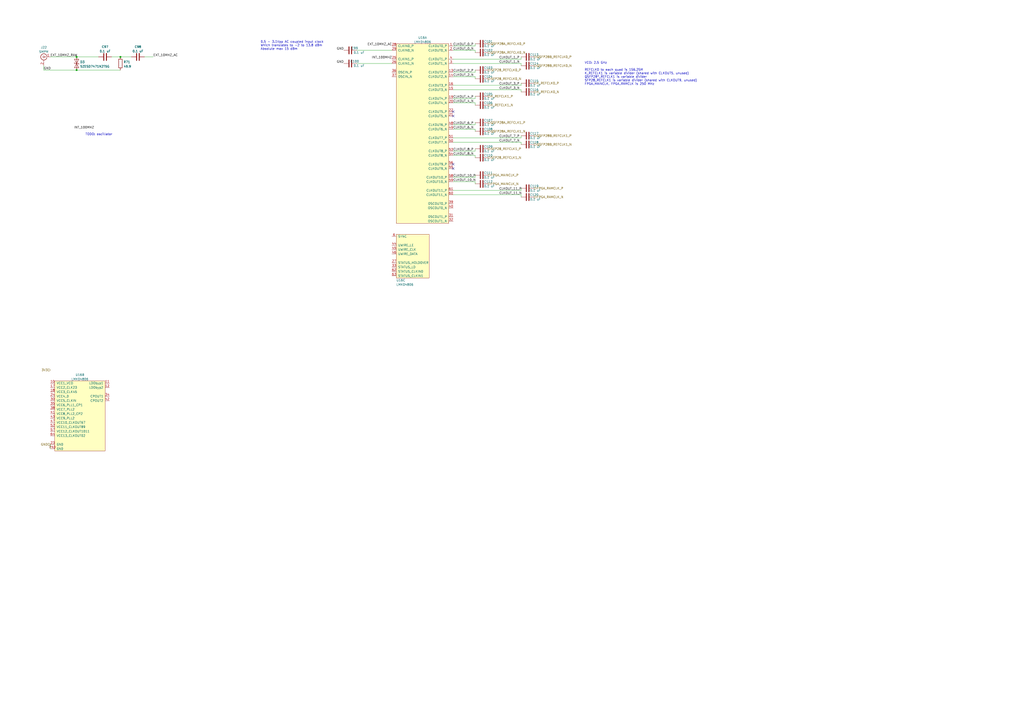
<source format=kicad_sch>
(kicad_sch (version 20211123) (generator eeschema)
  (paper "A2")
  (lib_symbols
    (symbol "conn:CONN_COAXIAL" (pin_names (offset 1.016) hide)
      (property "Reference" "J" (at 0.254 3.048 0))
      (property "Value" "CONN_COAXIAL" (at 2.921 0 90))
      (symbol "CONN_COAXIAL_0_1"
        (arc (start -1.778 -0.508) (mid 0.2311 -1.8066) (end 1.778 0) (stroke (width 0.254)))
        (polyline (pts (xy -1.27 0) (xy -0.508 0)))
        (polyline (pts (xy 0 -2.54) (xy 0 -1.778)))
        (circle (center 0 0) (radius 0.508) (stroke (width 0.2032)))
        (arc (start 1.778 0) (mid 0.2099 1.8101) (end -1.778 0.508) (stroke (width 0.254)))
      )
      (symbol "CONN_COAXIAL_1_1"
        (pin passive line (at -3.81 0 0) (length 2.54) (name "In") (number "1"))
        (pin passive line (at 0 -5.08 90) (length 2.54) (name "Ext") (number "2"))
      )
    )
    (symbol "device:C" (pin_numbers hide) (pin_names (offset 0.254))
      (property "Reference" "C" (at 0.635 2.54 0))
      (property "Value" "C" (at 0.635 -2.54 0))
      (symbol "C_0_1"
        (polyline (pts (xy -2.032 -0.762) (xy 2.032 -0.762)) (stroke (width 0.508)))
        (polyline (pts (xy -2.032 0.762) (xy 2.032 0.762)) (stroke (width 0.508)))
      )
      (symbol "C_1_1"
        (pin passive line (at 0 3.81 270) (length 2.794) (name "~") (number "1"))
        (pin passive line (at 0 -3.81 90) (length 2.794) (name "~") (number "2"))
      )
    )
    (symbol "device:D_TVS" (pin_numbers hide) (pin_names (offset 1.016) hide)
      (property "Reference" "D" (at 0 2.54 0))
      (property "Value" "D_TVS" (at 0 -2.54 0))
      (symbol "D_TVS_0_1"
        (polyline (pts (xy 1.27 0) (xy -1.27 0)))
        (polyline (pts (xy -2.54 -1.27) (xy 0 0) (xy -2.54 1.27) (xy -2.54 -1.27)) (stroke (width 0.2032)))
        (polyline (pts (xy 0.508 1.27) (xy 0 1.27) (xy 0 -1.27) (xy -0.508 -1.27)) (stroke (width 0.2032)))
        (polyline (pts (xy 2.54 1.27) (xy 2.54 -1.27) (xy 0 0) (xy 2.54 1.27)) (stroke (width 0.2032)))
      )
      (symbol "D_TVS_1_1"
        (pin passive line (at -3.81 0 0) (length 2.54) (name "A1") (number "1"))
        (pin passive line (at 3.81 0 180) (length 2.54) (name "A2") (number "2"))
      )
    )
    (symbol "device:R" (pin_numbers hide) (pin_names (offset 0))
      (property "Reference" "R" (at 2.032 0 90))
      (property "Value" "R" (at 0 0 90))
      (symbol "R_0_1"
        (rectangle (start -1.016 -2.54) (end 1.016 2.54) (stroke (width 0.254)))
      )
      (symbol "R_1_1"
        (pin passive line (at 0 3.81 270) (length 1.27) (name "~") (number "1"))
        (pin passive line (at 0 -3.81 90) (length 1.27) (name "~") (number "2"))
      )
    )
    (symbol "special-azonenberg:LMK04806" (pin_names (offset 1.016))
      (property "Reference" "U" (at 0 -1.27 0))
      (property "Value" "LMK04806" (at 0 -2.54 0))
      (symbol "LMK04806_1_1"
        (rectangle (start 0 104.14) (end 30.48 0) (fill (type background)))
        (pin output line (at 33.02 102.87 180) (length 2.54) (name "CLKOUT0_P") (number "1"))
        (pin output line (at 33.02 87.63 180) (length 2.54) (name "CLKOUT2_P") (number "13"))
        (pin output line (at 33.02 85.09 180) (length 2.54) (name "CLKOUT2_N") (number "14"))
        (pin output line (at 33.02 77.47 180) (length 2.54) (name "CLKOUT3_N") (number "15"))
        (pin output line (at 33.02 80.01 180) (length 2.54) (name "CLKOUT3_P") (number "16"))
        (pin output line (at 33.02 72.39 180) (length 2.54) (name "CLKOUT4_P") (number "19"))
        (pin output line (at 33.02 100.33 180) (length 2.54) (name "CLKOUT0_N") (number "2"))
        (pin output line (at 33.02 69.85 180) (length 2.54) (name "CLKOUT4_N") (number "20"))
        (pin output line (at 33.02 62.23 180) (length 2.54) (name "CLKOUT5_N") (number "21"))
        (pin output line (at 33.02 64.77 180) (length 2.54) (name "CLKOUT5_P") (number "22"))
        (pin input line (at -2.54 95.25 0) (length 2.54) (name "CLKIN1_P") (number "25"))
        (pin input line (at -2.54 92.71 0) (length 2.54) (name "CLKIN1_N") (number "26"))
        (pin input line (at -2.54 102.87 0) (length 2.54) (name "CLKIN0_P") (number "28"))
        (pin input line (at -2.54 100.33 0) (length 2.54) (name "CLKIN0_N") (number "29"))
        (pin output line (at 33.02 92.71 180) (length 2.54) (name "CLKOUT1_N") (number "3"))
        (pin output line (at 33.02 3.81 180) (length 2.54) (name "OSCOUT1_P") (number "31"))
        (pin output line (at 33.02 1.27 180) (length 2.54) (name "OSCOUT1_N") (number "32"))
        (pin input line (at -2.54 87.63 0) (length 2.54) (name "OSCIN_P") (number "36"))
        (pin input line (at -2.54 85.09 0) (length 2.54) (name "OSCIN_N") (number "37"))
        (pin output line (at 33.02 11.43 180) (length 2.54) (name "OSCOUT0_P") (number "39"))
        (pin output line (at 33.02 95.25 180) (length 2.54) (name "CLKOUT1_P") (number "4"))
        (pin output line (at 33.02 8.89 180) (length 2.54) (name "OSCOUT0_N") (number "40"))
        (pin output line (at 33.02 57.15 180) (length 2.54) (name "CLKOUT6_P") (number "48"))
        (pin output line (at 33.02 54.61 180) (length 2.54) (name "CLKOUT6_N") (number "49"))
        (pin output line (at 33.02 46.99 180) (length 2.54) (name "CLKOUT7_N") (number "50"))
        (pin output line (at 33.02 49.53 180) (length 2.54) (name "CLKOUT7_P") (number "51"))
        (pin output line (at 33.02 41.91 180) (length 2.54) (name "CLKOUT8_P") (number "53"))
        (pin output line (at 33.02 39.37 180) (length 2.54) (name "CLKOUT8_N") (number "54"))
        (pin output line (at 33.02 31.75 180) (length 2.54) (name "CLKOUT9_N") (number "55"))
        (pin output line (at 33.02 34.29 180) (length 2.54) (name "CLKOUT9_P") (number "56"))
        (pin output line (at 33.02 26.67 180) (length 2.54) (name "CLKOUT10_P") (number "58"))
        (pin output line (at 33.02 24.13 180) (length 2.54) (name "CLKOUT10_N") (number "59"))
        (pin output line (at 33.02 16.51 180) (length 2.54) (name "CLKOUT11_N") (number "60"))
        (pin output line (at 33.02 19.05 180) (length 2.54) (name "CLKOUT11_P") (number "61"))
      )
      (symbol "LMK04806_2_1"
        (rectangle (start 0 40.64) (end 29.21 0) (fill (type background)))
        (pin power_in line (at -2.54 39.37 0) (length 2.54) (name "VCC1_VCO") (number "10"))
        (pin passive line (at 31.75 39.37 180) (length 2.54) (name "LDObyp1") (number "11"))
        (pin passive line (at 31.75 36.83 180) (length 2.54) (name "LDObyp2") (number "12"))
        (pin power_in line (at -2.54 36.83 0) (length 2.54) (name "VCC2_CLK23") (number "17"))
        (pin power_in line (at -2.54 34.29 0) (length 2.54) (name "VCC3_CLK45") (number "18"))
        (pin power_in line (at -2.54 3.81 0) (length 2.54) (name "GND") (number "23"))
        (pin power_in line (at -2.54 31.75 0) (length 2.54) (name "VCC4_D") (number "24"))
        (pin power_in line (at -2.54 29.21 0) (length 2.54) (name "VCC5_CLKIN") (number "30"))
        (pin output line (at 31.75 31.75 180) (length 2.54) (name "CPOUT1") (number "34"))
        (pin power_in line (at -2.54 26.67 0) (length 2.54) (name "VCC6_PLL1_CP1") (number "35"))
        (pin power_in line (at -2.54 24.13 0) (length 2.54) (name "VCC7_PLL2") (number "38"))
        (pin power_in line (at -2.54 21.59 0) (length 2.54) (name "VCC8_PLL2_CP2") (number "41"))
        (pin output line (at 31.75 29.21 180) (length 2.54) (name "CPOUT2") (number "42"))
        (pin power_in line (at -2.54 19.05 0) (length 2.54) (name "VCC9_PLL2") (number "43"))
        (pin power_in line (at -2.54 16.51 0) (length 2.54) (name "VCC10_CLKOUT67") (number "47"))
        (pin power_in line (at -2.54 13.97 0) (length 2.54) (name "VCC11_CLKOUT89") (number "52"))
        (pin power_in line (at -2.54 11.43 0) (length 2.54) (name "VCC12_CLKOUT1011") (number "57"))
        (pin power_in line (at -2.54 8.89 0) (length 2.54) (name "VCC13_CLKOUT02") (number "64"))
        (pin power_in line (at -2.54 1.27 0) (length 2.54) (name "GND") (number "PAD"))
      )
      (symbol "LMK04806_3_1"
        (rectangle (start 0 25.4) (end 19.05 0) (fill (type background)))
        (pin bidirectional line (at -2.54 8.89 0) (length 2.54) (name "STATUS_HOLDOVER") (number "27"))
        (pin bidirectional line (at -2.54 6.35 0) (length 2.54) (name "STATUS_LD") (number "33"))
        (pin input line (at -2.54 19.05 0) (length 2.54) (name "UWIRE_LE") (number "44"))
        (pin input line (at -2.54 16.51 0) (length 2.54) (name "UWIRE_CLK") (number "45"))
        (pin input line (at -2.54 13.97 0) (length 2.54) (name "UWIRE_DATA") (number "46"))
        (pin bidirectional line (at -2.54 24.13 0) (length 2.54) (name "SYNC") (number "6"))
        (pin bidirectional line (at -2.54 3.81 0) (length 2.54) (name "STATUS_CLKIN0") (number "62"))
        (pin bidirectional line (at -2.54 1.27 0) (length 2.54) (name "STATUS_CLKIN1") (number "63"))
      )
    )
  )
  (junction (at 44.45 40.64))
  (junction (at 69.85 33.02))
  (junction (at 44.45 33.02))
  (no_connect (at 262.89 97.79))
  (no_connect (at 262.89 67.31))
  (no_connect (at 262.89 95.25))
  (no_connect (at 262.89 64.77))
  (wire (pts (xy 262.89 90.17) (xy 275.59 90.17)))
  (wire (pts (xy 262.89 82.55) (xy 302.26 82.55)))
  (wire (pts (xy 275.59 57.15) (xy 275.59 55.88)))
  (wire (pts (xy 262.89 74.93) (xy 275.59 74.93)))
  (wire (pts (xy 262.89 59.69) (xy 275.59 59.69)))
  (wire (pts (xy 262.89 110.49) (xy 302.26 110.49)))
  (wire (pts (xy 29.21 257.81) (xy 29.21 260.35)))
  (wire (pts (xy 64.77 33.02) (xy 69.85 33.02)))
  (wire (pts (xy 275.59 29.21) (xy 275.59 30.48)))
  (wire (pts (xy 262.89 34.29) (xy 302.26 34.29)))
  (wire (pts (xy 69.85 33.02) (xy 76.2 33.02)))
  (wire (pts (xy 262.89 29.21) (xy 275.59 29.21)))
  (wire (pts (xy 262.89 72.39) (xy 275.59 72.39)))
  (wire (pts (xy 262.89 49.53) (xy 302.26 49.53)))
  (wire (pts (xy 262.89 26.67) (xy 275.59 26.67)))
  (wire (pts (xy 262.89 80.01) (xy 302.26 80.01)))
  (wire (pts (xy 302.26 52.07) (xy 302.26 53.34)))
  (wire (pts (xy 275.59 41.91) (xy 275.59 40.64)))
  (wire (pts (xy 207.01 36.83) (xy 227.33 36.83)))
  (wire (pts (xy 262.89 57.15) (xy 275.59 57.15)))
  (wire (pts (xy 275.59 72.39) (xy 275.59 71.12)))
  (wire (pts (xy 44.45 33.02) (xy 57.15 33.02)))
  (wire (pts (xy 29.21 33.02) (xy 44.45 33.02)))
  (wire (pts (xy 83.82 33.02) (xy 88.9 33.02)))
  (wire (pts (xy 262.89 102.87) (xy 275.59 102.87)))
  (wire (pts (xy 302.26 113.03) (xy 302.26 114.3)))
  (wire (pts (xy 275.59 74.93) (xy 275.59 76.2)))
  (wire (pts (xy 262.89 113.03) (xy 302.26 113.03)))
  (wire (pts (xy 262.89 41.91) (xy 275.59 41.91)))
  (wire (pts (xy 275.59 59.69) (xy 275.59 60.96)))
  (wire (pts (xy 25.4 38.1) (xy 25.4 40.64)))
  (wire (pts (xy 275.59 105.41) (xy 275.59 106.68)))
  (wire (pts (xy 302.26 80.01) (xy 302.26 78.74)))
  (wire (pts (xy 262.89 36.83) (xy 302.26 36.83)))
  (wire (pts (xy 262.89 105.41) (xy 275.59 105.41)))
  (wire (pts (xy 302.26 36.83) (xy 302.26 38.1)))
  (wire (pts (xy 302.26 82.55) (xy 302.26 83.82)))
  (wire (pts (xy 275.59 44.45) (xy 275.59 45.72)))
  (wire (pts (xy 25.4 40.64) (xy 44.45 40.64)))
  (wire (pts (xy 44.45 40.64) (xy 69.85 40.64)))
  (wire (pts (xy 275.59 90.17) (xy 275.59 91.44)))
  (wire (pts (xy 275.59 87.63) (xy 275.59 86.36)))
  (wire (pts (xy 262.89 87.63) (xy 275.59 87.63)))
  (wire (pts (xy 275.59 102.87) (xy 275.59 101.6)))
  (wire (pts (xy 302.26 49.53) (xy 302.26 48.26)))
  (wire (pts (xy 302.26 34.29) (xy 302.26 33.02)))
  (wire (pts (xy 262.89 44.45) (xy 275.59 44.45)))
  (wire (pts (xy 207.01 29.21) (xy 227.33 29.21)))
  (wire (pts (xy 275.59 26.67) (xy 275.59 25.4)))
  (wire (pts (xy 262.89 52.07) (xy 302.26 52.07)))
  (wire (pts (xy 302.26 110.49) (xy 302.26 109.22)))
  (text "VCO: 2.5 GHz\n\nREFCLK0 to each quad is 156.25M\nK_REFCLK1 is variable divider (shared with CLKOUT5, unused)\nQSFP28*_REFCLK1 is variable divider\nSFP28_REFCLK1 is variable divider (shared with CLKOUT9, unused)\nFPGA_MAINCLK, FPGA_RAMCLK is 250 MHz" (at 339.09 49.53 0) (effects (font (size 1.27 1.27)) (justify left bottom)))
  (text "0.5 - 3.1Vpp AC coupled input clock\nWhich translates to -2 to 13.8 dBm\nAbsolute max 15 dBm" (at 151.13 29.21 0) (effects (font (size 1.27 1.27)) (justify left bottom)))
  (text "TODO: oscillator" (at 49.53 78.74 0) (effects (font (size 1.27 1.27)) (justify left bottom)))
  (label "CLKOUT_8_P" (at 262.89 87.63 0))
  (label "CLKOUT_10_N" (at 262.89 105.41 0))
  (label "GND" (at 25.4 40.64 0))
  (label "CLKOUT_3_N" (at 289.56 52.07 0))
  (label "CLKOUT_7_P" (at 289.56 80.01 0))
  (label "CLKOUT_11_N" (at 289.56 113.03 0))
  (label "CLKOUT_3_P" (at 289.56 49.53 0))
  (label "CLKOUT_11_P" (at 289.56 110.49 0))
  (label "CLKOUT_8_N" (at 262.89 90.17 0))
  (label "CLKOUT_0_P" (at 262.89 26.67 0))
  (label "CLKOUT_6_P" (at 262.89 72.39 0))
  (label "CLKOUT_0_N" (at 262.89 29.21 0))
  (label "CLKOUT_4_N" (at 262.89 59.69 0))
  (label "INT_100MHZ" (at 227.33 34.29 180))
  (label "EXT_10MHZ_AC" (at 88.9 33.02 0))
  (label "CLKOUT_7_N" (at 289.56 82.55 0))
  (label "EXT_10MHZ_RAW" (at 29.21 33.02 0))
  (label "CLKOUT_10_P" (at 262.89 102.87 0))
  (label "CLKOUT_2_P" (at 262.89 41.91 0))
  (label "CLKOUT_1_N" (at 289.56 36.83 0))
  (label "GND" (at 199.39 29.21 180))
  (label "CLKOUT_2_N" (at 262.89 44.45 0))
  (label "CLKOUT_6_N" (at 262.89 74.93 0))
  (label "INT_100MHZ" (at 54.61 74.93 180))
  (label "CLKOUT_4_P" (at 262.89 57.15 0))
  (label "GND" (at 199.39 36.83 180))
  (label "CLKOUT_1_P" (at 289.56 34.29 0))
  (label "EXT_10MHZ_AC" (at 227.33 26.67 180))
  (hierarchical_label "3V3" (shape input) (at 29.21 214.63 180))
  (hierarchical_label "SFP28_REFCLK1_N" (shape output) (at 283.21 91.44 0))
  (hierarchical_label "FPGA_MAINCLK_N" (shape output) (at 283.21 106.68 0))
  (hierarchical_label "K_REFCLK0_P" (shape output) (at 309.88 48.26 0))
  (hierarchical_label "K_REFCLK1_N" (shape output) (at 283.21 60.96 0))
  (hierarchical_label "GND" (shape input) (at 29.21 257.81 180))
  (hierarchical_label "SFP28_REFCLK1_P" (shape output) (at 283.21 86.36 0))
  (hierarchical_label "SFP28_REFCLK0_N" (shape output) (at 283.21 45.72 0))
  (hierarchical_label "QSFP28A_REFCLK1_P" (shape output) (at 283.21 71.12 0))
  (hierarchical_label "FPGA_MAINCLK_P" (shape output) (at 283.21 101.6 0))
  (hierarchical_label "FPGA_RAMCLK_P" (shape output) (at 309.88 109.22 0))
  (hierarchical_label "SFP28_REFCLK0_P" (shape output) (at 283.21 40.64 0))
  (hierarchical_label "QSFP28B_REFCLK0_P" (shape output) (at 309.88 33.02 0))
  (hierarchical_label "QSFP28A_REFCLK0_N" (shape output) (at 283.21 30.48 0))
  (hierarchical_label "QSFP28A_REFCLK0_P" (shape output) (at 283.21 25.4 0))
  (hierarchical_label "K_REFCLK1_P" (shape output) (at 283.21 55.88 0))
  (hierarchical_label "QSFP28B_REFCLK1_N" (shape output) (at 309.88 83.82 0))
  (hierarchical_label "QSFP28B_REFCLK0_N" (shape output) (at 309.88 38.1 0))
  (hierarchical_label "QSFP28A_REFCLK1_N" (shape output) (at 283.21 76.2 0))
  (hierarchical_label "FPGA_RAMCLK_N" (shape output) (at 309.88 114.3 0))
  (hierarchical_label "QSFP28B_REFCLK1_P" (shape output) (at 309.88 78.74 0))
  (hierarchical_label "K_REFCLK0_N" (shape output) (at 309.88 53.34 0))
  (symbol (lib_id "device:C") (at 279.4 106.68 90) (unit 1)
    (property "Reference" "C112" (at 280.67 105.41 90) (effects (justify right)))
    (property "Value" "0.1 uF" (at 280.67 107.95 90) (effects (justify right)))
  )
  (symbol (lib_id "device:C") (at 279.4 101.6 90) (unit 1)
    (property "Reference" "C111" (at 280.67 100.33 90) (effects (justify right)))
    (property "Value" "0.1 uF" (at 280.67 102.87 90) (effects (justify right)))
  )
  (symbol (lib_id "conn:CONN_COAXIAL") (at 25.4 33.02 0) (mirror y) (unit 1)
    (property "Reference" "J22" (at 25.3999 27.4936 0))
    (property "Value" "SMPM" (at 25.3999 30.0305 0))
  )
  (symbol (lib_id "device:C") (at 60.96 33.02 90) (unit 1)
    (property "Reference" "C97" (at 60.96 27.1612 90))
    (property "Value" "0.1 uF" (at 60.96 29.6981 90))
  )
  (symbol (lib_id "device:C") (at 279.4 76.2 90) (unit 1)
    (property "Reference" "C108" (at 280.67 74.93 90) (effects (justify right)))
    (property "Value" "0.1 uF" (at 280.67 77.47 90) (effects (justify right)))
  )
  (symbol (lib_id "device:C") (at 306.07 78.74 90) (unit 1)
    (property "Reference" "C117" (at 307.34 77.47 90) (effects (justify right)))
    (property "Value" "0.1 uF" (at 307.34 80.01 90) (effects (justify right)))
  )
  (symbol (lib_id "special-azonenberg:LMK04806") (at 31.75 261.62 0) (unit 2)
    (property "Reference" "U16" (at 46.355 217.4072 0))
    (property "Value" "LMK04806" (at 46.355 219.9441 0))
  )
  (symbol (lib_id "device:C") (at 306.07 114.3 90) (unit 1)
    (property "Reference" "C120" (at 307.34 113.03 90) (effects (justify right)))
    (property "Value" "0.1 uF" (at 307.34 115.57 90) (effects (justify right)))
  )
  (symbol (lib_id "device:C") (at 306.07 109.22 90) (unit 1)
    (property "Reference" "C119" (at 307.34 107.95 90) (effects (justify right)))
    (property "Value" "0.1 uF" (at 307.34 110.49 90) (effects (justify right)))
  )
  (symbol (lib_id "device:C") (at 306.07 33.02 90) (unit 1)
    (property "Reference" "C113" (at 307.34 31.75 90) (effects (justify right)))
    (property "Value" "0.1 uF" (at 307.34 34.29 90) (effects (justify right)))
  )
  (symbol (lib_id "device:C") (at 279.4 60.96 90) (unit 1)
    (property "Reference" "C106" (at 280.67 59.69 90) (effects (justify right)))
    (property "Value" "0.1 uF" (at 280.67 62.23 90) (effects (justify right)))
  )
  (symbol (lib_id "device:C") (at 279.4 55.88 90) (unit 1)
    (property "Reference" "C105" (at 280.67 54.61 90) (effects (justify right)))
    (property "Value" "0.1 uF" (at 280.67 57.15 90) (effects (justify right)))
  )
  (symbol (lib_id "device:C") (at 80.01 33.02 90) (unit 1)
    (property "Reference" "C98" (at 80.01 27.1612 90))
    (property "Value" "0.1 uF" (at 80.01 29.6981 90))
  )
  (symbol (lib_id "device:C") (at 306.07 48.26 90) (unit 1)
    (property "Reference" "C115" (at 307.34 46.99 90) (effects (justify right)))
    (property "Value" "0.1 uF" (at 307.34 49.53 90) (effects (justify right)))
  )
  (symbol (lib_id "device:C") (at 279.4 45.72 90) (unit 1)
    (property "Reference" "C104" (at 280.67 44.45 90) (effects (justify right)))
    (property "Value" "0.1 uF" (at 280.67 46.99 90) (effects (justify right)))
  )
  (symbol (lib_id "device:C") (at 279.4 71.12 90) (unit 1)
    (property "Reference" "C107" (at 280.67 69.85 90) (effects (justify right)))
    (property "Value" "0.1 uF" (at 280.67 72.39 90) (effects (justify right)))
  )
  (symbol (lib_id "device:C") (at 306.07 38.1 90) (unit 1)
    (property "Reference" "C114" (at 307.34 36.83 90) (effects (justify right)))
    (property "Value" "0.1 uF" (at 307.34 39.37 90) (effects (justify right)))
  )
  (symbol (lib_id "device:C") (at 279.4 40.64 90) (unit 1)
    (property "Reference" "C103" (at 280.67 39.37 90) (effects (justify right)))
    (property "Value" "0.1 uF" (at 280.67 41.91 90) (effects (justify right)))
  )
  (symbol (lib_id "device:C") (at 279.4 86.36 90) (unit 1)
    (property "Reference" "C109" (at 280.67 85.09 90) (effects (justify right)))
    (property "Value" "0.1 uF" (at 280.67 87.63 90) (effects (justify right)))
  )
  (symbol (lib_id "device:C") (at 279.4 30.48 90) (unit 1)
    (property "Reference" "C102" (at 280.67 29.21 90) (effects (justify right)))
    (property "Value" "0.1 uF" (at 280.67 31.75 90) (effects (justify right)))
  )
  (symbol (lib_id "special-azonenberg:LMK04806") (at 229.87 161.29 0) (unit 3)
    (property "Reference" "U16" (at 229.87 162.56 0) (effects (justify left)))
    (property "Value" "LMK04806" (at 229.87 165.0969 0) (effects (justify left)))
  )
  (symbol (lib_id "device:R") (at 69.85 36.83 0) (unit 1)
    (property "Reference" "R71" (at 71.628 35.9953 0) (effects (justify left)))
    (property "Value" "49.9" (at 71.628 38.5322 0) (effects (justify left)))
  )
  (symbol (lib_id "device:C") (at 279.4 25.4 90) (unit 1)
    (property "Reference" "C101" (at 280.67 24.13 90) (effects (justify right)))
    (property "Value" "0.1 uF" (at 280.67 26.67 90) (effects (justify right)))
  )
  (symbol (lib_id "device:C") (at 279.4 91.44 90) (unit 1)
    (property "Reference" "C110" (at 280.67 90.17 90) (effects (justify right)))
    (property "Value" "0.1 uF" (at 280.67 92.71 90) (effects (justify right)))
  )
  (symbol (lib_id "device:C") (at 203.2 29.21 90) (unit 1)
    (property "Reference" "C99" (at 205.74 27.94 90))
    (property "Value" "0.1 uF" (at 208.28 30.48 90))
  )
  (symbol (lib_id "device:C") (at 203.2 36.83 90) (unit 1)
    (property "Reference" "C100" (at 205.74 35.56 90))
    (property "Value" "0.1 uF" (at 208.28 38.1 90))
  )
  (symbol (lib_id "device:C") (at 306.07 83.82 90) (unit 1)
    (property "Reference" "C118" (at 307.34 82.55 90) (effects (justify right)))
    (property "Value" "0.1 uF" (at 307.34 85.09 90) (effects (justify right)))
  )
  (symbol (lib_id "device:D_TVS") (at 44.45 36.83 90) (unit 1)
    (property "Reference" "D3" (at 46.4566 35.9953 90) (effects (justify right)))
    (property "Value" "SZESD7471N2T5G" (at 46.4566 38.5322 90) (effects (justify right)))
    (property "Footprint" "azonenberg_pcb:SOD882" (effects hide))
    (property "Datasheet" "https://en.wikipedia.org/wiki/Transient-voltage-suppression_diode" (effects hide))
  )
  (symbol (lib_id "device:C") (at 306.07 53.34 90) (unit 1)
    (property "Reference" "C116" (at 307.34 52.07 90) (effects (justify right)))
    (property "Value" "0.1 uF" (at 307.34 54.61 90) (effects (justify right)))
  )
  (symbol (lib_id "special-azonenberg:LMK04806") (at 229.87 129.54 0) (unit 1)
    (property "Reference" "U16" (at 245.11 21.8272 0))
    (property "Value" "LMK04806" (at 245.11 24.3641 0))
  )
)
</source>
